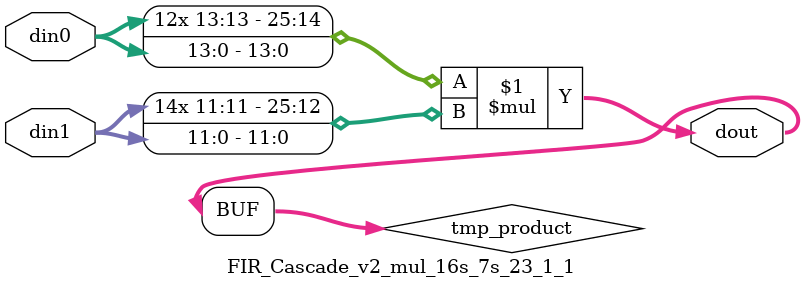
<source format=v>

`timescale 1 ns / 1 ps

 module FIR_Cascade_v2_mul_16s_7s_23_1_1(din0, din1, dout);
parameter ID = 1;
parameter NUM_STAGE = 0;
parameter din0_WIDTH = 14;
parameter din1_WIDTH = 12;
parameter dout_WIDTH = 26;

input [din0_WIDTH - 1 : 0] din0; 
input [din1_WIDTH - 1 : 0] din1; 
output [dout_WIDTH - 1 : 0] dout;

wire signed [dout_WIDTH - 1 : 0] tmp_product;



























assign tmp_product = $signed(din0) * $signed(din1);








assign dout = tmp_product;





















endmodule

</source>
